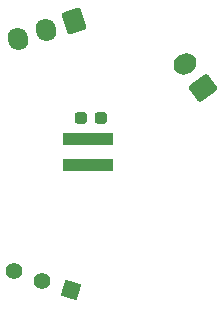
<source format=gbr>
%TF.GenerationSoftware,KiCad,Pcbnew,(6.0.8-1)-1*%
%TF.CreationDate,2022-11-30T21:42:07-05:00*%
%TF.ProjectId,Untitled,556e7469-746c-4656-942e-6b696361645f,rev?*%
%TF.SameCoordinates,Original*%
%TF.FileFunction,Soldermask,Top*%
%TF.FilePolarity,Negative*%
%FSLAX46Y46*%
G04 Gerber Fmt 4.6, Leading zero omitted, Abs format (unit mm)*
G04 Created by KiCad (PCBNEW (6.0.8-1)-1) date 2022-11-30 21:42:07*
%MOMM*%
%LPD*%
G01*
G04 APERTURE LIST*
G04 Aperture macros list*
%AMRoundRect*
0 Rectangle with rounded corners*
0 $1 Rounding radius*
0 $2 $3 $4 $5 $6 $7 $8 $9 X,Y pos of 4 corners*
0 Add a 4 corners polygon primitive as box body*
4,1,4,$2,$3,$4,$5,$6,$7,$8,$9,$2,$3,0*
0 Add four circle primitives for the rounded corners*
1,1,$1+$1,$2,$3*
1,1,$1+$1,$4,$5*
1,1,$1+$1,$6,$7*
1,1,$1+$1,$8,$9*
0 Add four rect primitives between the rounded corners*
20,1,$1+$1,$2,$3,$4,$5,0*
20,1,$1+$1,$4,$5,$6,$7,0*
20,1,$1+$1,$6,$7,$8,$9,0*
20,1,$1+$1,$8,$9,$2,$3,0*%
%AMHorizOval*
0 Thick line with rounded ends*
0 $1 width*
0 $2 $3 position (X,Y) of the first rounded end (center of the circle)*
0 $4 $5 position (X,Y) of the second rounded end (center of the circle)*
0 Add line between two ends*
20,1,$1,$2,$3,$4,$5,0*
0 Add two circle primitives to create the rounded ends*
1,1,$1,$2,$3*
1,1,$1,$4,$5*%
%AMRotRect*
0 Rectangle, with rotation*
0 The origin of the aperture is its center*
0 $1 length*
0 $2 width*
0 $3 Rotation angle, in degrees counterclockwise*
0 Add horizontal line*
21,1,$1,$2,0,0,$3*%
G04 Aperture macros list end*
%ADD10RoundRect,0.237500X-0.287500X-0.237500X0.287500X-0.237500X0.287500X0.237500X-0.287500X0.237500X0*%
%ADD11R,4.300000X1.100000*%
%ADD12RoundRect,0.250000X0.346597X0.874926X-0.794671X0.504106X-0.346597X-0.874926X0.794671X-0.504106X0*%
%ADD13HorizOval,1.700000X-0.038627X0.118882X0.038627X-0.118882X0*%
%ADD14RotRect,1.397000X1.397000X162.000000*%
%ADD15C,1.397000*%
%ADD16RoundRect,0.250000X0.959434X-0.044571X0.254092X0.926249X-0.959434X0.044571X-0.254092X-0.926249X0*%
%ADD17HorizOval,1.700000X0.121353X0.088168X-0.121353X-0.088168X0*%
G04 APERTURE END LIST*
D10*
%TO.C,REF\u002A\u002A*%
X102865000Y-55200000D03*
X104615000Y-55200000D03*
%TD*%
D11*
%TO.C,REF\u002A\u002A*%
X103490000Y-56910000D03*
X103490000Y-59110000D03*
%TD*%
D12*
%TO.C,REF\u002A\u002A*%
X102300000Y-46928153D03*
D13*
X99922359Y-47700695D03*
X97544717Y-48473238D03*
%TD*%
D14*
%TO.C,REF\u002A\u002A*%
X102005167Y-69727811D03*
D15*
X99589483Y-68942908D03*
X97173800Y-68158005D03*
%TD*%
D16*
%TO.C,REF\u002A\u002A*%
X113200000Y-52600000D03*
D17*
X111730537Y-50577458D03*
%TD*%
M02*

</source>
